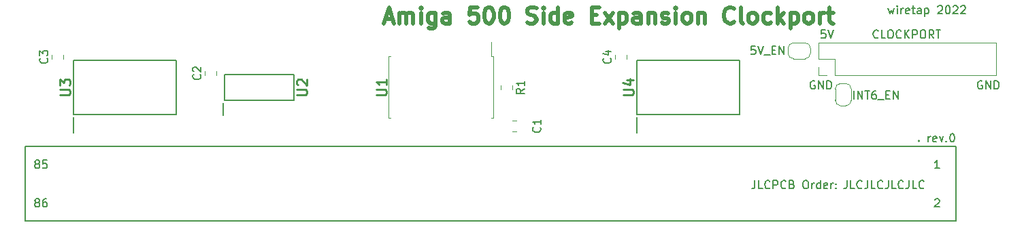
<source format=gbr>
%TF.GenerationSoftware,KiCad,Pcbnew,(5.1.6)-1*%
%TF.CreationDate,2022-11-05T15:29:03-04:00*%
%TF.ProjectId,A500-side-clockport,41353030-2d73-4696-9465-2d636c6f636b,rev?*%
%TF.SameCoordinates,Original*%
%TF.FileFunction,Legend,Top*%
%TF.FilePolarity,Positive*%
%FSLAX46Y46*%
G04 Gerber Fmt 4.6, Leading zero omitted, Abs format (unit mm)*
G04 Created by KiCad (PCBNEW (5.1.6)-1) date 2022-11-05 15:29:03*
%MOMM*%
%LPD*%
G01*
G04 APERTURE LIST*
%ADD10C,0.500000*%
%ADD11C,0.150000*%
%ADD12C,0.127000*%
%ADD13C,0.200000*%
%ADD14C,0.120000*%
%ADD15C,0.254000*%
G04 APERTURE END LIST*
D10*
X141862476Y-62309333D02*
X142814857Y-62309333D01*
X141671999Y-62880761D02*
X142338666Y-60880761D01*
X143005333Y-62880761D01*
X143671999Y-62880761D02*
X143671999Y-61547428D01*
X143671999Y-61737904D02*
X143767238Y-61642666D01*
X143957714Y-61547428D01*
X144243428Y-61547428D01*
X144433904Y-61642666D01*
X144529142Y-61833142D01*
X144529142Y-62880761D01*
X144529142Y-61833142D02*
X144624380Y-61642666D01*
X144814857Y-61547428D01*
X145100571Y-61547428D01*
X145291047Y-61642666D01*
X145386285Y-61833142D01*
X145386285Y-62880761D01*
X146338666Y-62880761D02*
X146338666Y-61547428D01*
X146338666Y-60880761D02*
X146243428Y-60976000D01*
X146338666Y-61071238D01*
X146433904Y-60976000D01*
X146338666Y-60880761D01*
X146338666Y-61071238D01*
X148148190Y-61547428D02*
X148148190Y-63166476D01*
X148052952Y-63356952D01*
X147957714Y-63452190D01*
X147767238Y-63547428D01*
X147481523Y-63547428D01*
X147291047Y-63452190D01*
X148148190Y-62785523D02*
X147957714Y-62880761D01*
X147576761Y-62880761D01*
X147386285Y-62785523D01*
X147291047Y-62690285D01*
X147195809Y-62499809D01*
X147195809Y-61928380D01*
X147291047Y-61737904D01*
X147386285Y-61642666D01*
X147576761Y-61547428D01*
X147957714Y-61547428D01*
X148148190Y-61642666D01*
X149957714Y-62880761D02*
X149957714Y-61833142D01*
X149862476Y-61642666D01*
X149671999Y-61547428D01*
X149291047Y-61547428D01*
X149100571Y-61642666D01*
X149957714Y-62785523D02*
X149767238Y-62880761D01*
X149291047Y-62880761D01*
X149100571Y-62785523D01*
X149005333Y-62595047D01*
X149005333Y-62404571D01*
X149100571Y-62214095D01*
X149291047Y-62118857D01*
X149767238Y-62118857D01*
X149957714Y-62023619D01*
X153386285Y-60880761D02*
X152433904Y-60880761D01*
X152338666Y-61833142D01*
X152433904Y-61737904D01*
X152624380Y-61642666D01*
X153100571Y-61642666D01*
X153291047Y-61737904D01*
X153386285Y-61833142D01*
X153481523Y-62023619D01*
X153481523Y-62499809D01*
X153386285Y-62690285D01*
X153291047Y-62785523D01*
X153100571Y-62880761D01*
X152624380Y-62880761D01*
X152433904Y-62785523D01*
X152338666Y-62690285D01*
X154719619Y-60880761D02*
X154910095Y-60880761D01*
X155100571Y-60976000D01*
X155195809Y-61071238D01*
X155291047Y-61261714D01*
X155386285Y-61642666D01*
X155386285Y-62118857D01*
X155291047Y-62499809D01*
X155195809Y-62690285D01*
X155100571Y-62785523D01*
X154910095Y-62880761D01*
X154719619Y-62880761D01*
X154529142Y-62785523D01*
X154433904Y-62690285D01*
X154338666Y-62499809D01*
X154243428Y-62118857D01*
X154243428Y-61642666D01*
X154338666Y-61261714D01*
X154433904Y-61071238D01*
X154529142Y-60976000D01*
X154719619Y-60880761D01*
X156624380Y-60880761D02*
X156814857Y-60880761D01*
X157005333Y-60976000D01*
X157100571Y-61071238D01*
X157195809Y-61261714D01*
X157291047Y-61642666D01*
X157291047Y-62118857D01*
X157195809Y-62499809D01*
X157100571Y-62690285D01*
X157005333Y-62785523D01*
X156814857Y-62880761D01*
X156624380Y-62880761D01*
X156433904Y-62785523D01*
X156338666Y-62690285D01*
X156243428Y-62499809D01*
X156148190Y-62118857D01*
X156148190Y-61642666D01*
X156243428Y-61261714D01*
X156338666Y-61071238D01*
X156433904Y-60976000D01*
X156624380Y-60880761D01*
X159576761Y-62785523D02*
X159862476Y-62880761D01*
X160338666Y-62880761D01*
X160529142Y-62785523D01*
X160624380Y-62690285D01*
X160719619Y-62499809D01*
X160719619Y-62309333D01*
X160624380Y-62118857D01*
X160529142Y-62023619D01*
X160338666Y-61928380D01*
X159957714Y-61833142D01*
X159767238Y-61737904D01*
X159671999Y-61642666D01*
X159576761Y-61452190D01*
X159576761Y-61261714D01*
X159671999Y-61071238D01*
X159767238Y-60976000D01*
X159957714Y-60880761D01*
X160433904Y-60880761D01*
X160719619Y-60976000D01*
X161576761Y-62880761D02*
X161576761Y-61547428D01*
X161576761Y-60880761D02*
X161481523Y-60976000D01*
X161576761Y-61071238D01*
X161671999Y-60976000D01*
X161576761Y-60880761D01*
X161576761Y-61071238D01*
X163386285Y-62880761D02*
X163386285Y-60880761D01*
X163386285Y-62785523D02*
X163195809Y-62880761D01*
X162814857Y-62880761D01*
X162624380Y-62785523D01*
X162529142Y-62690285D01*
X162433904Y-62499809D01*
X162433904Y-61928380D01*
X162529142Y-61737904D01*
X162624380Y-61642666D01*
X162814857Y-61547428D01*
X163195809Y-61547428D01*
X163386285Y-61642666D01*
X165100571Y-62785523D02*
X164910095Y-62880761D01*
X164529142Y-62880761D01*
X164338666Y-62785523D01*
X164243428Y-62595047D01*
X164243428Y-61833142D01*
X164338666Y-61642666D01*
X164529142Y-61547428D01*
X164910095Y-61547428D01*
X165100571Y-61642666D01*
X165195809Y-61833142D01*
X165195809Y-62023619D01*
X164243428Y-62214095D01*
X167576761Y-61833142D02*
X168243428Y-61833142D01*
X168529142Y-62880761D02*
X167576761Y-62880761D01*
X167576761Y-60880761D01*
X168529142Y-60880761D01*
X169195809Y-62880761D02*
X170243428Y-61547428D01*
X169195809Y-61547428D02*
X170243428Y-62880761D01*
X171005333Y-61547428D02*
X171005333Y-63547428D01*
X171005333Y-61642666D02*
X171195809Y-61547428D01*
X171576761Y-61547428D01*
X171767238Y-61642666D01*
X171862476Y-61737904D01*
X171957714Y-61928380D01*
X171957714Y-62499809D01*
X171862476Y-62690285D01*
X171767238Y-62785523D01*
X171576761Y-62880761D01*
X171195809Y-62880761D01*
X171005333Y-62785523D01*
X173671999Y-62880761D02*
X173671999Y-61833142D01*
X173576761Y-61642666D01*
X173386285Y-61547428D01*
X173005333Y-61547428D01*
X172814857Y-61642666D01*
X173671999Y-62785523D02*
X173481523Y-62880761D01*
X173005333Y-62880761D01*
X172814857Y-62785523D01*
X172719619Y-62595047D01*
X172719619Y-62404571D01*
X172814857Y-62214095D01*
X173005333Y-62118857D01*
X173481523Y-62118857D01*
X173671999Y-62023619D01*
X174624380Y-61547428D02*
X174624380Y-62880761D01*
X174624380Y-61737904D02*
X174719619Y-61642666D01*
X174910095Y-61547428D01*
X175195809Y-61547428D01*
X175386285Y-61642666D01*
X175481523Y-61833142D01*
X175481523Y-62880761D01*
X176338666Y-62785523D02*
X176529142Y-62880761D01*
X176910095Y-62880761D01*
X177100571Y-62785523D01*
X177195809Y-62595047D01*
X177195809Y-62499809D01*
X177100571Y-62309333D01*
X176910095Y-62214095D01*
X176624380Y-62214095D01*
X176433904Y-62118857D01*
X176338666Y-61928380D01*
X176338666Y-61833142D01*
X176433904Y-61642666D01*
X176624380Y-61547428D01*
X176910095Y-61547428D01*
X177100571Y-61642666D01*
X178052952Y-62880761D02*
X178052952Y-61547428D01*
X178052952Y-60880761D02*
X177957714Y-60976000D01*
X178052952Y-61071238D01*
X178148190Y-60976000D01*
X178052952Y-60880761D01*
X178052952Y-61071238D01*
X179291047Y-62880761D02*
X179100571Y-62785523D01*
X179005333Y-62690285D01*
X178910095Y-62499809D01*
X178910095Y-61928380D01*
X179005333Y-61737904D01*
X179100571Y-61642666D01*
X179291047Y-61547428D01*
X179576761Y-61547428D01*
X179767238Y-61642666D01*
X179862476Y-61737904D01*
X179957714Y-61928380D01*
X179957714Y-62499809D01*
X179862476Y-62690285D01*
X179767238Y-62785523D01*
X179576761Y-62880761D01*
X179291047Y-62880761D01*
X180814857Y-61547428D02*
X180814857Y-62880761D01*
X180814857Y-61737904D02*
X180910095Y-61642666D01*
X181100571Y-61547428D01*
X181386285Y-61547428D01*
X181576761Y-61642666D01*
X181671999Y-61833142D01*
X181671999Y-62880761D01*
X185291047Y-62690285D02*
X185195809Y-62785523D01*
X184910095Y-62880761D01*
X184719619Y-62880761D01*
X184433904Y-62785523D01*
X184243428Y-62595047D01*
X184148190Y-62404571D01*
X184052952Y-62023619D01*
X184052952Y-61737904D01*
X184148190Y-61356952D01*
X184243428Y-61166476D01*
X184433904Y-60976000D01*
X184719619Y-60880761D01*
X184910095Y-60880761D01*
X185195809Y-60976000D01*
X185291047Y-61071238D01*
X186433904Y-62880761D02*
X186243428Y-62785523D01*
X186148190Y-62595047D01*
X186148190Y-60880761D01*
X187481523Y-62880761D02*
X187291047Y-62785523D01*
X187195809Y-62690285D01*
X187100571Y-62499809D01*
X187100571Y-61928380D01*
X187195809Y-61737904D01*
X187291047Y-61642666D01*
X187481523Y-61547428D01*
X187767238Y-61547428D01*
X187957714Y-61642666D01*
X188052952Y-61737904D01*
X188148190Y-61928380D01*
X188148190Y-62499809D01*
X188052952Y-62690285D01*
X187957714Y-62785523D01*
X187767238Y-62880761D01*
X187481523Y-62880761D01*
X189862476Y-62785523D02*
X189671999Y-62880761D01*
X189291047Y-62880761D01*
X189100571Y-62785523D01*
X189005333Y-62690285D01*
X188910095Y-62499809D01*
X188910095Y-61928380D01*
X189005333Y-61737904D01*
X189100571Y-61642666D01*
X189291047Y-61547428D01*
X189671999Y-61547428D01*
X189862476Y-61642666D01*
X190719619Y-62880761D02*
X190719619Y-60880761D01*
X190910095Y-62118857D02*
X191481523Y-62880761D01*
X191481523Y-61547428D02*
X190719619Y-62309333D01*
X192338666Y-61547428D02*
X192338666Y-63547428D01*
X192338666Y-61642666D02*
X192529142Y-61547428D01*
X192910095Y-61547428D01*
X193100571Y-61642666D01*
X193195809Y-61737904D01*
X193291047Y-61928380D01*
X193291047Y-62499809D01*
X193195809Y-62690285D01*
X193100571Y-62785523D01*
X192910095Y-62880761D01*
X192529142Y-62880761D01*
X192338666Y-62785523D01*
X194433904Y-62880761D02*
X194243428Y-62785523D01*
X194148190Y-62690285D01*
X194052952Y-62499809D01*
X194052952Y-61928380D01*
X194148190Y-61737904D01*
X194243428Y-61642666D01*
X194433904Y-61547428D01*
X194719619Y-61547428D01*
X194910095Y-61642666D01*
X195005333Y-61737904D01*
X195100571Y-61928380D01*
X195100571Y-62499809D01*
X195005333Y-62690285D01*
X194910095Y-62785523D01*
X194719619Y-62880761D01*
X194433904Y-62880761D01*
X195957714Y-62880761D02*
X195957714Y-61547428D01*
X195957714Y-61928380D02*
X196052952Y-61737904D01*
X196148190Y-61642666D01*
X196338666Y-61547428D01*
X196529142Y-61547428D01*
X196910095Y-61547428D02*
X197671999Y-61547428D01*
X197195809Y-60880761D02*
X197195809Y-62595047D01*
X197291047Y-62785523D01*
X197481523Y-62880761D01*
X197671999Y-62880761D01*
D11*
X209478761Y-77668380D02*
X209478761Y-77001714D01*
X209478761Y-77192190D02*
X209526380Y-77096952D01*
X209574000Y-77049333D01*
X209669238Y-77001714D01*
X209764476Y-77001714D01*
X210478761Y-77620761D02*
X210383523Y-77668380D01*
X210193047Y-77668380D01*
X210097809Y-77620761D01*
X210050190Y-77525523D01*
X210050190Y-77144571D01*
X210097809Y-77049333D01*
X210193047Y-77001714D01*
X210383523Y-77001714D01*
X210478761Y-77049333D01*
X210526380Y-77144571D01*
X210526380Y-77239809D01*
X210050190Y-77335047D01*
X210859714Y-77001714D02*
X211097809Y-77668380D01*
X211335904Y-77001714D01*
X211716857Y-77573142D02*
X211764476Y-77620761D01*
X211716857Y-77668380D01*
X211669238Y-77620761D01*
X211716857Y-77573142D01*
X211716857Y-77668380D01*
X212383523Y-76668380D02*
X212478761Y-76668380D01*
X212574000Y-76716000D01*
X212621619Y-76763619D01*
X212669238Y-76858857D01*
X212716857Y-77049333D01*
X212716857Y-77287428D01*
X212669238Y-77477904D01*
X212621619Y-77573142D01*
X212574000Y-77620761D01*
X212478761Y-77668380D01*
X212383523Y-77668380D01*
X212288285Y-77620761D01*
X212240666Y-77573142D01*
X212193047Y-77477904D01*
X212145428Y-77287428D01*
X212145428Y-77049333D01*
X212193047Y-76858857D01*
X212240666Y-76763619D01*
X212288285Y-76716000D01*
X212383523Y-76668380D01*
X204462666Y-60999714D02*
X204653142Y-61666380D01*
X204843619Y-61190190D01*
X205034095Y-61666380D01*
X205224571Y-60999714D01*
X205605523Y-61666380D02*
X205605523Y-60999714D01*
X205605523Y-60666380D02*
X205557904Y-60714000D01*
X205605523Y-60761619D01*
X205653142Y-60714000D01*
X205605523Y-60666380D01*
X205605523Y-60761619D01*
X206081714Y-61666380D02*
X206081714Y-60999714D01*
X206081714Y-61190190D02*
X206129333Y-61094952D01*
X206176952Y-61047333D01*
X206272190Y-60999714D01*
X206367428Y-60999714D01*
X207081714Y-61618761D02*
X206986476Y-61666380D01*
X206796000Y-61666380D01*
X206700761Y-61618761D01*
X206653142Y-61523523D01*
X206653142Y-61142571D01*
X206700761Y-61047333D01*
X206796000Y-60999714D01*
X206986476Y-60999714D01*
X207081714Y-61047333D01*
X207129333Y-61142571D01*
X207129333Y-61237809D01*
X206653142Y-61333047D01*
X207415047Y-60999714D02*
X207796000Y-60999714D01*
X207557904Y-60666380D02*
X207557904Y-61523523D01*
X207605523Y-61618761D01*
X207700761Y-61666380D01*
X207796000Y-61666380D01*
X208557904Y-61666380D02*
X208557904Y-61142571D01*
X208510285Y-61047333D01*
X208415047Y-60999714D01*
X208224571Y-60999714D01*
X208129333Y-61047333D01*
X208557904Y-61618761D02*
X208462666Y-61666380D01*
X208224571Y-61666380D01*
X208129333Y-61618761D01*
X208081714Y-61523523D01*
X208081714Y-61428285D01*
X208129333Y-61333047D01*
X208224571Y-61285428D01*
X208462666Y-61285428D01*
X208557904Y-61237809D01*
X209034095Y-60999714D02*
X209034095Y-61999714D01*
X209034095Y-61047333D02*
X209129333Y-60999714D01*
X209319809Y-60999714D01*
X209415047Y-61047333D01*
X209462666Y-61094952D01*
X209510285Y-61190190D01*
X209510285Y-61475904D01*
X209462666Y-61571142D01*
X209415047Y-61618761D01*
X209319809Y-61666380D01*
X209129333Y-61666380D01*
X209034095Y-61618761D01*
X210653142Y-60761619D02*
X210700761Y-60714000D01*
X210796000Y-60666380D01*
X211034095Y-60666380D01*
X211129333Y-60714000D01*
X211176952Y-60761619D01*
X211224571Y-60856857D01*
X211224571Y-60952095D01*
X211176952Y-61094952D01*
X210605523Y-61666380D01*
X211224571Y-61666380D01*
X211843619Y-60666380D02*
X211938857Y-60666380D01*
X212034095Y-60714000D01*
X212081714Y-60761619D01*
X212129333Y-60856857D01*
X212176952Y-61047333D01*
X212176952Y-61285428D01*
X212129333Y-61475904D01*
X212081714Y-61571142D01*
X212034095Y-61618761D01*
X211938857Y-61666380D01*
X211843619Y-61666380D01*
X211748380Y-61618761D01*
X211700761Y-61571142D01*
X211653142Y-61475904D01*
X211605523Y-61285428D01*
X211605523Y-61047333D01*
X211653142Y-60856857D01*
X211700761Y-60761619D01*
X211748380Y-60714000D01*
X211843619Y-60666380D01*
X212557904Y-60761619D02*
X212605523Y-60714000D01*
X212700761Y-60666380D01*
X212938857Y-60666380D01*
X213034095Y-60714000D01*
X213081714Y-60761619D01*
X213129333Y-60856857D01*
X213129333Y-60952095D01*
X213081714Y-61094952D01*
X212510285Y-61666380D01*
X213129333Y-61666380D01*
X213510285Y-60761619D02*
X213557904Y-60714000D01*
X213653142Y-60666380D01*
X213891238Y-60666380D01*
X213986476Y-60714000D01*
X214034095Y-60761619D01*
X214081714Y-60856857D01*
X214081714Y-60952095D01*
X214034095Y-61094952D01*
X213462666Y-61666380D01*
X214081714Y-61666380D01*
X187881238Y-82510380D02*
X187881238Y-83224666D01*
X187833619Y-83367523D01*
X187738380Y-83462761D01*
X187595523Y-83510380D01*
X187500285Y-83510380D01*
X188833619Y-83510380D02*
X188357428Y-83510380D01*
X188357428Y-82510380D01*
X189738380Y-83415142D02*
X189690761Y-83462761D01*
X189547904Y-83510380D01*
X189452666Y-83510380D01*
X189309809Y-83462761D01*
X189214571Y-83367523D01*
X189166952Y-83272285D01*
X189119333Y-83081809D01*
X189119333Y-82938952D01*
X189166952Y-82748476D01*
X189214571Y-82653238D01*
X189309809Y-82558000D01*
X189452666Y-82510380D01*
X189547904Y-82510380D01*
X189690761Y-82558000D01*
X189738380Y-82605619D01*
X190166952Y-83510380D02*
X190166952Y-82510380D01*
X190547904Y-82510380D01*
X190643142Y-82558000D01*
X190690761Y-82605619D01*
X190738380Y-82700857D01*
X190738380Y-82843714D01*
X190690761Y-82938952D01*
X190643142Y-82986571D01*
X190547904Y-83034190D01*
X190166952Y-83034190D01*
X191738380Y-83415142D02*
X191690761Y-83462761D01*
X191547904Y-83510380D01*
X191452666Y-83510380D01*
X191309809Y-83462761D01*
X191214571Y-83367523D01*
X191166952Y-83272285D01*
X191119333Y-83081809D01*
X191119333Y-82938952D01*
X191166952Y-82748476D01*
X191214571Y-82653238D01*
X191309809Y-82558000D01*
X191452666Y-82510380D01*
X191547904Y-82510380D01*
X191690761Y-82558000D01*
X191738380Y-82605619D01*
X192500285Y-82986571D02*
X192643142Y-83034190D01*
X192690761Y-83081809D01*
X192738380Y-83177047D01*
X192738380Y-83319904D01*
X192690761Y-83415142D01*
X192643142Y-83462761D01*
X192547904Y-83510380D01*
X192166952Y-83510380D01*
X192166952Y-82510380D01*
X192500285Y-82510380D01*
X192595523Y-82558000D01*
X192643142Y-82605619D01*
X192690761Y-82700857D01*
X192690761Y-82796095D01*
X192643142Y-82891333D01*
X192595523Y-82938952D01*
X192500285Y-82986571D01*
X192166952Y-82986571D01*
X194119333Y-82510380D02*
X194309809Y-82510380D01*
X194405047Y-82558000D01*
X194500285Y-82653238D01*
X194547904Y-82843714D01*
X194547904Y-83177047D01*
X194500285Y-83367523D01*
X194405047Y-83462761D01*
X194309809Y-83510380D01*
X194119333Y-83510380D01*
X194024095Y-83462761D01*
X193928857Y-83367523D01*
X193881238Y-83177047D01*
X193881238Y-82843714D01*
X193928857Y-82653238D01*
X194024095Y-82558000D01*
X194119333Y-82510380D01*
X194976476Y-83510380D02*
X194976476Y-82843714D01*
X194976476Y-83034190D02*
X195024095Y-82938952D01*
X195071714Y-82891333D01*
X195166952Y-82843714D01*
X195262190Y-82843714D01*
X196024095Y-83510380D02*
X196024095Y-82510380D01*
X196024095Y-83462761D02*
X195928857Y-83510380D01*
X195738380Y-83510380D01*
X195643142Y-83462761D01*
X195595523Y-83415142D01*
X195547904Y-83319904D01*
X195547904Y-83034190D01*
X195595523Y-82938952D01*
X195643142Y-82891333D01*
X195738380Y-82843714D01*
X195928857Y-82843714D01*
X196024095Y-82891333D01*
X196881238Y-83462761D02*
X196786000Y-83510380D01*
X196595523Y-83510380D01*
X196500285Y-83462761D01*
X196452666Y-83367523D01*
X196452666Y-82986571D01*
X196500285Y-82891333D01*
X196595523Y-82843714D01*
X196786000Y-82843714D01*
X196881238Y-82891333D01*
X196928857Y-82986571D01*
X196928857Y-83081809D01*
X196452666Y-83177047D01*
X197357428Y-83510380D02*
X197357428Y-82843714D01*
X197357428Y-83034190D02*
X197405047Y-82938952D01*
X197452666Y-82891333D01*
X197547904Y-82843714D01*
X197643142Y-82843714D01*
X197976476Y-83415142D02*
X198024095Y-83462761D01*
X197976476Y-83510380D01*
X197928857Y-83462761D01*
X197976476Y-83415142D01*
X197976476Y-83510380D01*
X197976476Y-82891333D02*
X198024095Y-82938952D01*
X197976476Y-82986571D01*
X197928857Y-82938952D01*
X197976476Y-82891333D01*
X197976476Y-82986571D01*
X199342952Y-82510380D02*
X199342952Y-83224666D01*
X199295333Y-83367523D01*
X199200095Y-83462761D01*
X199057238Y-83510380D01*
X198962000Y-83510380D01*
X200295333Y-83510380D02*
X199819142Y-83510380D01*
X199819142Y-82510380D01*
X201200095Y-83415142D02*
X201152476Y-83462761D01*
X201009619Y-83510380D01*
X200914380Y-83510380D01*
X200771523Y-83462761D01*
X200676285Y-83367523D01*
X200628666Y-83272285D01*
X200581047Y-83081809D01*
X200581047Y-82938952D01*
X200628666Y-82748476D01*
X200676285Y-82653238D01*
X200771523Y-82558000D01*
X200914380Y-82510380D01*
X201009619Y-82510380D01*
X201152476Y-82558000D01*
X201200095Y-82605619D01*
X201914380Y-82510380D02*
X201914380Y-83224666D01*
X201866761Y-83367523D01*
X201771523Y-83462761D01*
X201628666Y-83510380D01*
X201533428Y-83510380D01*
X202866761Y-83510380D02*
X202390571Y-83510380D01*
X202390571Y-82510380D01*
X203771523Y-83415142D02*
X203723904Y-83462761D01*
X203581047Y-83510380D01*
X203485809Y-83510380D01*
X203342952Y-83462761D01*
X203247714Y-83367523D01*
X203200095Y-83272285D01*
X203152476Y-83081809D01*
X203152476Y-82938952D01*
X203200095Y-82748476D01*
X203247714Y-82653238D01*
X203342952Y-82558000D01*
X203485809Y-82510380D01*
X203581047Y-82510380D01*
X203723904Y-82558000D01*
X203771523Y-82605619D01*
X204485809Y-82510380D02*
X204485809Y-83224666D01*
X204438190Y-83367523D01*
X204342952Y-83462761D01*
X204200095Y-83510380D01*
X204104857Y-83510380D01*
X205438190Y-83510380D02*
X204962000Y-83510380D01*
X204962000Y-82510380D01*
X206342952Y-83415142D02*
X206295333Y-83462761D01*
X206152476Y-83510380D01*
X206057238Y-83510380D01*
X205914380Y-83462761D01*
X205819142Y-83367523D01*
X205771523Y-83272285D01*
X205723904Y-83081809D01*
X205723904Y-82938952D01*
X205771523Y-82748476D01*
X205819142Y-82653238D01*
X205914380Y-82558000D01*
X206057238Y-82510380D01*
X206152476Y-82510380D01*
X206295333Y-82558000D01*
X206342952Y-82605619D01*
X207057238Y-82510380D02*
X207057238Y-83224666D01*
X207009619Y-83367523D01*
X206914380Y-83462761D01*
X206771523Y-83510380D01*
X206676285Y-83510380D01*
X208009619Y-83510380D02*
X207533428Y-83510380D01*
X207533428Y-82510380D01*
X208914380Y-83415142D02*
X208866761Y-83462761D01*
X208723904Y-83510380D01*
X208628666Y-83510380D01*
X208485809Y-83462761D01*
X208390571Y-83367523D01*
X208342952Y-83272285D01*
X208295333Y-83081809D01*
X208295333Y-82938952D01*
X208342952Y-82748476D01*
X208390571Y-82653238D01*
X208485809Y-82558000D01*
X208628666Y-82510380D01*
X208723904Y-82510380D01*
X208866761Y-82558000D01*
X208914380Y-82605619D01*
X203232190Y-64619142D02*
X203184571Y-64666761D01*
X203041714Y-64714380D01*
X202946476Y-64714380D01*
X202803619Y-64666761D01*
X202708380Y-64571523D01*
X202660761Y-64476285D01*
X202613142Y-64285809D01*
X202613142Y-64142952D01*
X202660761Y-63952476D01*
X202708380Y-63857238D01*
X202803619Y-63762000D01*
X202946476Y-63714380D01*
X203041714Y-63714380D01*
X203184571Y-63762000D01*
X203232190Y-63809619D01*
X204136952Y-64714380D02*
X203660761Y-64714380D01*
X203660761Y-63714380D01*
X204660761Y-63714380D02*
X204851238Y-63714380D01*
X204946476Y-63762000D01*
X205041714Y-63857238D01*
X205089333Y-64047714D01*
X205089333Y-64381047D01*
X205041714Y-64571523D01*
X204946476Y-64666761D01*
X204851238Y-64714380D01*
X204660761Y-64714380D01*
X204565523Y-64666761D01*
X204470285Y-64571523D01*
X204422666Y-64381047D01*
X204422666Y-64047714D01*
X204470285Y-63857238D01*
X204565523Y-63762000D01*
X204660761Y-63714380D01*
X206089333Y-64619142D02*
X206041714Y-64666761D01*
X205898857Y-64714380D01*
X205803619Y-64714380D01*
X205660761Y-64666761D01*
X205565523Y-64571523D01*
X205517904Y-64476285D01*
X205470285Y-64285809D01*
X205470285Y-64142952D01*
X205517904Y-63952476D01*
X205565523Y-63857238D01*
X205660761Y-63762000D01*
X205803619Y-63714380D01*
X205898857Y-63714380D01*
X206041714Y-63762000D01*
X206089333Y-63809619D01*
X206517904Y-64714380D02*
X206517904Y-63714380D01*
X207089333Y-64714380D02*
X206660761Y-64142952D01*
X207089333Y-63714380D02*
X206517904Y-64285809D01*
X207517904Y-64714380D02*
X207517904Y-63714380D01*
X207898857Y-63714380D01*
X207994095Y-63762000D01*
X208041714Y-63809619D01*
X208089333Y-63904857D01*
X208089333Y-64047714D01*
X208041714Y-64142952D01*
X207994095Y-64190571D01*
X207898857Y-64238190D01*
X207517904Y-64238190D01*
X208708380Y-63714380D02*
X208898857Y-63714380D01*
X208994095Y-63762000D01*
X209089333Y-63857238D01*
X209136952Y-64047714D01*
X209136952Y-64381047D01*
X209089333Y-64571523D01*
X208994095Y-64666761D01*
X208898857Y-64714380D01*
X208708380Y-64714380D01*
X208613142Y-64666761D01*
X208517904Y-64571523D01*
X208470285Y-64381047D01*
X208470285Y-64047714D01*
X208517904Y-63857238D01*
X208613142Y-63762000D01*
X208708380Y-63714380D01*
X210136952Y-64714380D02*
X209803619Y-64238190D01*
X209565523Y-64714380D02*
X209565523Y-63714380D01*
X209946476Y-63714380D01*
X210041714Y-63762000D01*
X210089333Y-63809619D01*
X210136952Y-63904857D01*
X210136952Y-64047714D01*
X210089333Y-64142952D01*
X210041714Y-64190571D01*
X209946476Y-64238190D01*
X209565523Y-64238190D01*
X210422666Y-63714380D02*
X210994095Y-63714380D01*
X210708380Y-64714380D02*
X210708380Y-63714380D01*
X187936380Y-65746380D02*
X187460190Y-65746380D01*
X187412571Y-66222571D01*
X187460190Y-66174952D01*
X187555428Y-66127333D01*
X187793523Y-66127333D01*
X187888761Y-66174952D01*
X187936380Y-66222571D01*
X187984000Y-66317809D01*
X187984000Y-66555904D01*
X187936380Y-66651142D01*
X187888761Y-66698761D01*
X187793523Y-66746380D01*
X187555428Y-66746380D01*
X187460190Y-66698761D01*
X187412571Y-66651142D01*
X188269714Y-65746380D02*
X188603047Y-66746380D01*
X188936380Y-65746380D01*
X189031619Y-66841619D02*
X189793523Y-66841619D01*
X190031619Y-66222571D02*
X190364952Y-66222571D01*
X190507809Y-66746380D02*
X190031619Y-66746380D01*
X190031619Y-65746380D01*
X190507809Y-65746380D01*
X190936380Y-66746380D02*
X190936380Y-65746380D01*
X191507809Y-66746380D01*
X191507809Y-65746380D01*
X200207904Y-72334380D02*
X200207904Y-71334380D01*
X200684095Y-72334380D02*
X200684095Y-71334380D01*
X201255523Y-72334380D01*
X201255523Y-71334380D01*
X201588857Y-71334380D02*
X202160285Y-71334380D01*
X201874571Y-72334380D02*
X201874571Y-71334380D01*
X202922190Y-71334380D02*
X202731714Y-71334380D01*
X202636476Y-71382000D01*
X202588857Y-71429619D01*
X202493619Y-71572476D01*
X202446000Y-71762952D01*
X202446000Y-72143904D01*
X202493619Y-72239142D01*
X202541238Y-72286761D01*
X202636476Y-72334380D01*
X202826952Y-72334380D01*
X202922190Y-72286761D01*
X202969809Y-72239142D01*
X203017428Y-72143904D01*
X203017428Y-71905809D01*
X202969809Y-71810571D01*
X202922190Y-71762952D01*
X202826952Y-71715333D01*
X202636476Y-71715333D01*
X202541238Y-71762952D01*
X202493619Y-71810571D01*
X202446000Y-71905809D01*
X203207904Y-72429619D02*
X203969809Y-72429619D01*
X204207904Y-71810571D02*
X204541238Y-71810571D01*
X204684095Y-72334380D02*
X204207904Y-72334380D01*
X204207904Y-71334380D01*
X204684095Y-71334380D01*
X205112666Y-72334380D02*
X205112666Y-71334380D01*
X205684095Y-72334380D01*
X205684095Y-71334380D01*
X195326095Y-70112000D02*
X195230857Y-70064380D01*
X195088000Y-70064380D01*
X194945142Y-70112000D01*
X194849904Y-70207238D01*
X194802285Y-70302476D01*
X194754666Y-70492952D01*
X194754666Y-70635809D01*
X194802285Y-70826285D01*
X194849904Y-70921523D01*
X194945142Y-71016761D01*
X195088000Y-71064380D01*
X195183238Y-71064380D01*
X195326095Y-71016761D01*
X195373714Y-70969142D01*
X195373714Y-70635809D01*
X195183238Y-70635809D01*
X195802285Y-71064380D02*
X195802285Y-70064380D01*
X196373714Y-71064380D01*
X196373714Y-70064380D01*
X196849904Y-71064380D02*
X196849904Y-70064380D01*
X197088000Y-70064380D01*
X197230857Y-70112000D01*
X197326095Y-70207238D01*
X197373714Y-70302476D01*
X197421333Y-70492952D01*
X197421333Y-70635809D01*
X197373714Y-70826285D01*
X197326095Y-70921523D01*
X197230857Y-71016761D01*
X197088000Y-71064380D01*
X196849904Y-71064380D01*
X216154095Y-70112000D02*
X216058857Y-70064380D01*
X215916000Y-70064380D01*
X215773142Y-70112000D01*
X215677904Y-70207238D01*
X215630285Y-70302476D01*
X215582666Y-70492952D01*
X215582666Y-70635809D01*
X215630285Y-70826285D01*
X215677904Y-70921523D01*
X215773142Y-71016761D01*
X215916000Y-71064380D01*
X216011238Y-71064380D01*
X216154095Y-71016761D01*
X216201714Y-70969142D01*
X216201714Y-70635809D01*
X216011238Y-70635809D01*
X216630285Y-71064380D02*
X216630285Y-70064380D01*
X217201714Y-71064380D01*
X217201714Y-70064380D01*
X217677904Y-71064380D02*
X217677904Y-70064380D01*
X217916000Y-70064380D01*
X218058857Y-70112000D01*
X218154095Y-70207238D01*
X218201714Y-70302476D01*
X218249333Y-70492952D01*
X218249333Y-70635809D01*
X218201714Y-70826285D01*
X218154095Y-70921523D01*
X218058857Y-71016761D01*
X217916000Y-71064380D01*
X217677904Y-71064380D01*
X196659523Y-63714380D02*
X196183333Y-63714380D01*
X196135714Y-64190571D01*
X196183333Y-64142952D01*
X196278571Y-64095333D01*
X196516666Y-64095333D01*
X196611904Y-64142952D01*
X196659523Y-64190571D01*
X196707142Y-64285809D01*
X196707142Y-64523904D01*
X196659523Y-64619142D01*
X196611904Y-64666761D01*
X196516666Y-64714380D01*
X196278571Y-64714380D01*
X196183333Y-64666761D01*
X196135714Y-64619142D01*
X196992857Y-63714380D02*
X197326190Y-64714380D01*
X197659523Y-63714380D01*
X98488571Y-80398952D02*
X98393333Y-80351333D01*
X98345714Y-80303714D01*
X98298095Y-80208476D01*
X98298095Y-80160857D01*
X98345714Y-80065619D01*
X98393333Y-80018000D01*
X98488571Y-79970380D01*
X98679047Y-79970380D01*
X98774285Y-80018000D01*
X98821904Y-80065619D01*
X98869523Y-80160857D01*
X98869523Y-80208476D01*
X98821904Y-80303714D01*
X98774285Y-80351333D01*
X98679047Y-80398952D01*
X98488571Y-80398952D01*
X98393333Y-80446571D01*
X98345714Y-80494190D01*
X98298095Y-80589428D01*
X98298095Y-80779904D01*
X98345714Y-80875142D01*
X98393333Y-80922761D01*
X98488571Y-80970380D01*
X98679047Y-80970380D01*
X98774285Y-80922761D01*
X98821904Y-80875142D01*
X98869523Y-80779904D01*
X98869523Y-80589428D01*
X98821904Y-80494190D01*
X98774285Y-80446571D01*
X98679047Y-80398952D01*
X99774285Y-79970380D02*
X99298095Y-79970380D01*
X99250476Y-80446571D01*
X99298095Y-80398952D01*
X99393333Y-80351333D01*
X99631428Y-80351333D01*
X99726666Y-80398952D01*
X99774285Y-80446571D01*
X99821904Y-80541809D01*
X99821904Y-80779904D01*
X99774285Y-80875142D01*
X99726666Y-80922761D01*
X99631428Y-80970380D01*
X99393333Y-80970380D01*
X99298095Y-80922761D01*
X99250476Y-80875142D01*
X98488571Y-85224952D02*
X98393333Y-85177333D01*
X98345714Y-85129714D01*
X98298095Y-85034476D01*
X98298095Y-84986857D01*
X98345714Y-84891619D01*
X98393333Y-84844000D01*
X98488571Y-84796380D01*
X98679047Y-84796380D01*
X98774285Y-84844000D01*
X98821904Y-84891619D01*
X98869523Y-84986857D01*
X98869523Y-85034476D01*
X98821904Y-85129714D01*
X98774285Y-85177333D01*
X98679047Y-85224952D01*
X98488571Y-85224952D01*
X98393333Y-85272571D01*
X98345714Y-85320190D01*
X98298095Y-85415428D01*
X98298095Y-85605904D01*
X98345714Y-85701142D01*
X98393333Y-85748761D01*
X98488571Y-85796380D01*
X98679047Y-85796380D01*
X98774285Y-85748761D01*
X98821904Y-85701142D01*
X98869523Y-85605904D01*
X98869523Y-85415428D01*
X98821904Y-85320190D01*
X98774285Y-85272571D01*
X98679047Y-85224952D01*
X99726666Y-84796380D02*
X99536190Y-84796380D01*
X99440952Y-84844000D01*
X99393333Y-84891619D01*
X99298095Y-85034476D01*
X99250476Y-85224952D01*
X99250476Y-85605904D01*
X99298095Y-85701142D01*
X99345714Y-85748761D01*
X99440952Y-85796380D01*
X99631428Y-85796380D01*
X99726666Y-85748761D01*
X99774285Y-85701142D01*
X99821904Y-85605904D01*
X99821904Y-85367809D01*
X99774285Y-85272571D01*
X99726666Y-85224952D01*
X99631428Y-85177333D01*
X99440952Y-85177333D01*
X99345714Y-85224952D01*
X99298095Y-85272571D01*
X99250476Y-85367809D01*
X210280285Y-84891619D02*
X210327904Y-84844000D01*
X210423142Y-84796380D01*
X210661238Y-84796380D01*
X210756476Y-84844000D01*
X210804095Y-84891619D01*
X210851714Y-84986857D01*
X210851714Y-85082095D01*
X210804095Y-85224952D01*
X210232666Y-85796380D01*
X210851714Y-85796380D01*
X210851714Y-80970380D02*
X210280285Y-80970380D01*
X210566000Y-80970380D02*
X210566000Y-79970380D01*
X210470761Y-80113238D01*
X210375523Y-80208476D01*
X210280285Y-80256095D01*
D12*
%TO.C,BUS0*%
X212873001Y-87574801D02*
X212873001Y-78227601D01*
X97049001Y-78227601D02*
X97049001Y-87574801D01*
X97049001Y-87574801D02*
X212873001Y-87574801D01*
X212873001Y-78227601D02*
X97049001Y-78227601D01*
D13*
X208401001Y-77567201D02*
G75*
G03*
X208401001Y-77567201I-100000J0D01*
G01*
D14*
%TO.C,C1*%
X158249252Y-76402000D02*
X157726748Y-76402000D01*
X158249252Y-74982000D02*
X157726748Y-74982000D01*
%TO.C,C2*%
X120852000Y-69340252D02*
X120852000Y-68817748D01*
X119432000Y-69340252D02*
X119432000Y-68817748D01*
%TO.C,C3*%
X101802000Y-67326252D02*
X101802000Y-66803748D01*
X100382000Y-67326252D02*
X100382000Y-66803748D01*
%TO.C,C4*%
X170486000Y-67326252D02*
X170486000Y-66803748D01*
X171906000Y-67326252D02*
X171906000Y-66803748D01*
%TO.C,J0*%
X217912000Y-69386000D02*
X217912000Y-65266000D01*
X197852000Y-69386000D02*
X217912000Y-69386000D01*
X195792000Y-65266000D02*
X217912000Y-65266000D01*
X197852000Y-69386000D02*
X197852000Y-67326000D01*
X197852000Y-67326000D02*
X195792000Y-67326000D01*
X195792000Y-67326000D02*
X195792000Y-65266000D01*
X196852000Y-69386000D02*
X195792000Y-69386000D01*
X195792000Y-69386000D02*
X195792000Y-68326000D01*
%TO.C,J1*%
X194106000Y-67294000D02*
X192706000Y-67294000D01*
X192006000Y-66594000D02*
X192006000Y-65994000D01*
X192706000Y-65294000D02*
X194106000Y-65294000D01*
X194806000Y-65994000D02*
X194806000Y-66594000D01*
X194806000Y-66594000D02*
G75*
G02*
X194106000Y-67294000I-700000J0D01*
G01*
X194106000Y-65294000D02*
G75*
G02*
X194806000Y-65994000I0J-700000D01*
G01*
X192006000Y-65994000D02*
G75*
G02*
X192706000Y-65294000I700000J0D01*
G01*
X192706000Y-67294000D02*
G75*
G02*
X192006000Y-66594000I0J700000D01*
G01*
%TO.C,J2*%
X199182000Y-73170000D02*
X198582000Y-73170000D01*
X199882000Y-71070000D02*
X199882000Y-72470000D01*
X198582000Y-70370000D02*
X199182000Y-70370000D01*
X197882000Y-72470000D02*
X197882000Y-71070000D01*
X197882000Y-71070000D02*
G75*
G02*
X198582000Y-70370000I700000J0D01*
G01*
X199182000Y-70370000D02*
G75*
G02*
X199882000Y-71070000I0J-700000D01*
G01*
X199882000Y-72470000D02*
G75*
G02*
X199182000Y-73170000I-700000J0D01*
G01*
X198582000Y-73170000D02*
G75*
G02*
X197882000Y-72470000I0J700000D01*
G01*
%TO.C,R1*%
X156262000Y-71127252D02*
X156262000Y-70604748D01*
X157682000Y-71127252D02*
X157682000Y-70604748D01*
%TO.C,U1*%
X142334000Y-70866000D02*
X142334000Y-74726000D01*
X142334000Y-74726000D02*
X142569000Y-74726000D01*
X142334000Y-70866000D02*
X142334000Y-67006000D01*
X142334000Y-67006000D02*
X142569000Y-67006000D01*
X155354000Y-70866000D02*
X155354000Y-74726000D01*
X155354000Y-74726000D02*
X155119000Y-74726000D01*
X155354000Y-70866000D02*
X155354000Y-67006000D01*
X155354000Y-67006000D02*
X155119000Y-67006000D01*
X155119000Y-67006000D02*
X155119000Y-65191000D01*
D13*
%TO.C,U2*%
X121913000Y-72466000D02*
X121913000Y-69266000D01*
X121913000Y-69266000D02*
X130563000Y-69266000D01*
X130563000Y-69266000D02*
X130563000Y-72466000D01*
X130563000Y-72466000D02*
X121913000Y-72466000D01*
X121753000Y-74341000D02*
X121753000Y-72816000D01*
%TO.C,U3*%
X103074000Y-74266000D02*
X103074000Y-67466000D01*
X103074000Y-67466000D02*
X115874000Y-67466000D01*
X115874000Y-67466000D02*
X115874000Y-74266000D01*
X115874000Y-74266000D02*
X103074000Y-74266000D01*
X103084000Y-76566000D02*
X103084000Y-74616000D01*
%TO.C,U4*%
X173188000Y-76566000D02*
X173188000Y-74616000D01*
X185978000Y-74266000D02*
X173178000Y-74266000D01*
X185978000Y-67466000D02*
X185978000Y-74266000D01*
X173178000Y-67466000D02*
X185978000Y-67466000D01*
X173178000Y-74266000D02*
X173178000Y-67466000D01*
%TO.C,C1*%
D11*
X161139142Y-75858666D02*
X161186761Y-75906285D01*
X161234380Y-76049142D01*
X161234380Y-76144380D01*
X161186761Y-76287238D01*
X161091523Y-76382476D01*
X160996285Y-76430095D01*
X160805809Y-76477714D01*
X160662952Y-76477714D01*
X160472476Y-76430095D01*
X160377238Y-76382476D01*
X160282000Y-76287238D01*
X160234380Y-76144380D01*
X160234380Y-76049142D01*
X160282000Y-75906285D01*
X160329619Y-75858666D01*
X161234380Y-74906285D02*
X161234380Y-75477714D01*
X161234380Y-75192000D02*
X160234380Y-75192000D01*
X160377238Y-75287238D01*
X160472476Y-75382476D01*
X160520095Y-75477714D01*
%TO.C,C2*%
X118849142Y-69245666D02*
X118896761Y-69293285D01*
X118944380Y-69436142D01*
X118944380Y-69531380D01*
X118896761Y-69674238D01*
X118801523Y-69769476D01*
X118706285Y-69817095D01*
X118515809Y-69864714D01*
X118372952Y-69864714D01*
X118182476Y-69817095D01*
X118087238Y-69769476D01*
X117992000Y-69674238D01*
X117944380Y-69531380D01*
X117944380Y-69436142D01*
X117992000Y-69293285D01*
X118039619Y-69245666D01*
X118039619Y-68864714D02*
X117992000Y-68817095D01*
X117944380Y-68721857D01*
X117944380Y-68483761D01*
X117992000Y-68388523D01*
X118039619Y-68340904D01*
X118134857Y-68293285D01*
X118230095Y-68293285D01*
X118372952Y-68340904D01*
X118944380Y-68912333D01*
X118944380Y-68293285D01*
%TO.C,C3*%
X99799142Y-67231666D02*
X99846761Y-67279285D01*
X99894380Y-67422142D01*
X99894380Y-67517380D01*
X99846761Y-67660238D01*
X99751523Y-67755476D01*
X99656285Y-67803095D01*
X99465809Y-67850714D01*
X99322952Y-67850714D01*
X99132476Y-67803095D01*
X99037238Y-67755476D01*
X98942000Y-67660238D01*
X98894380Y-67517380D01*
X98894380Y-67422142D01*
X98942000Y-67279285D01*
X98989619Y-67231666D01*
X98894380Y-66898333D02*
X98894380Y-66279285D01*
X99275333Y-66612619D01*
X99275333Y-66469761D01*
X99322952Y-66374523D01*
X99370571Y-66326904D01*
X99465809Y-66279285D01*
X99703904Y-66279285D01*
X99799142Y-66326904D01*
X99846761Y-66374523D01*
X99894380Y-66469761D01*
X99894380Y-66755476D01*
X99846761Y-66850714D01*
X99799142Y-66898333D01*
%TO.C,C4*%
X169903142Y-67231666D02*
X169950761Y-67279285D01*
X169998380Y-67422142D01*
X169998380Y-67517380D01*
X169950761Y-67660238D01*
X169855523Y-67755476D01*
X169760285Y-67803095D01*
X169569809Y-67850714D01*
X169426952Y-67850714D01*
X169236476Y-67803095D01*
X169141238Y-67755476D01*
X169046000Y-67660238D01*
X168998380Y-67517380D01*
X168998380Y-67422142D01*
X169046000Y-67279285D01*
X169093619Y-67231666D01*
X169331714Y-66374523D02*
X169998380Y-66374523D01*
X168950761Y-66612619D02*
X169665047Y-66850714D01*
X169665047Y-66231666D01*
%TO.C,R1*%
X159202380Y-71032666D02*
X158726190Y-71366000D01*
X159202380Y-71604095D02*
X158202380Y-71604095D01*
X158202380Y-71223142D01*
X158250000Y-71127904D01*
X158297619Y-71080285D01*
X158392857Y-71032666D01*
X158535714Y-71032666D01*
X158630952Y-71080285D01*
X158678571Y-71127904D01*
X158726190Y-71223142D01*
X158726190Y-71604095D01*
X159202380Y-70080285D02*
X159202380Y-70651714D01*
X159202380Y-70366000D02*
X158202380Y-70366000D01*
X158345238Y-70461238D01*
X158440476Y-70556476D01*
X158488095Y-70651714D01*
%TO.C,U1*%
D15*
X140782523Y-71833619D02*
X141810619Y-71833619D01*
X141931571Y-71773142D01*
X141992047Y-71712666D01*
X142052523Y-71591714D01*
X142052523Y-71349809D01*
X141992047Y-71228857D01*
X141931571Y-71168380D01*
X141810619Y-71107904D01*
X140782523Y-71107904D01*
X142052523Y-69837904D02*
X142052523Y-70563619D01*
X142052523Y-70200761D02*
X140782523Y-70200761D01*
X140963952Y-70321714D01*
X141084904Y-70442666D01*
X141145380Y-70563619D01*
%TO.C,U2*%
X130876523Y-71833619D02*
X131904619Y-71833619D01*
X132025571Y-71773142D01*
X132086047Y-71712666D01*
X132146523Y-71591714D01*
X132146523Y-71349809D01*
X132086047Y-71228857D01*
X132025571Y-71168380D01*
X131904619Y-71107904D01*
X130876523Y-71107904D01*
X130997476Y-70563619D02*
X130937000Y-70503142D01*
X130876523Y-70382190D01*
X130876523Y-70079809D01*
X130937000Y-69958857D01*
X130997476Y-69898380D01*
X131118428Y-69837904D01*
X131239380Y-69837904D01*
X131420809Y-69898380D01*
X132146523Y-70624095D01*
X132146523Y-69837904D01*
%TO.C,U3*%
X101412523Y-71833619D02*
X102440619Y-71833619D01*
X102561571Y-71773142D01*
X102622047Y-71712666D01*
X102682523Y-71591714D01*
X102682523Y-71349809D01*
X102622047Y-71228857D01*
X102561571Y-71168380D01*
X102440619Y-71107904D01*
X101412523Y-71107904D01*
X101412523Y-70624095D02*
X101412523Y-69837904D01*
X101896333Y-70261238D01*
X101896333Y-70079809D01*
X101956809Y-69958857D01*
X102017285Y-69898380D01*
X102138238Y-69837904D01*
X102440619Y-69837904D01*
X102561571Y-69898380D01*
X102622047Y-69958857D01*
X102682523Y-70079809D01*
X102682523Y-70442666D01*
X102622047Y-70563619D01*
X102561571Y-70624095D01*
%TO.C,U4*%
X171516523Y-71833619D02*
X172544619Y-71833619D01*
X172665571Y-71773142D01*
X172726047Y-71712666D01*
X172786523Y-71591714D01*
X172786523Y-71349809D01*
X172726047Y-71228857D01*
X172665571Y-71168380D01*
X172544619Y-71107904D01*
X171516523Y-71107904D01*
X171939857Y-69958857D02*
X172786523Y-69958857D01*
X171456047Y-70261238D02*
X172363190Y-70563619D01*
X172363190Y-69777428D01*
%TD*%
M02*

</source>
